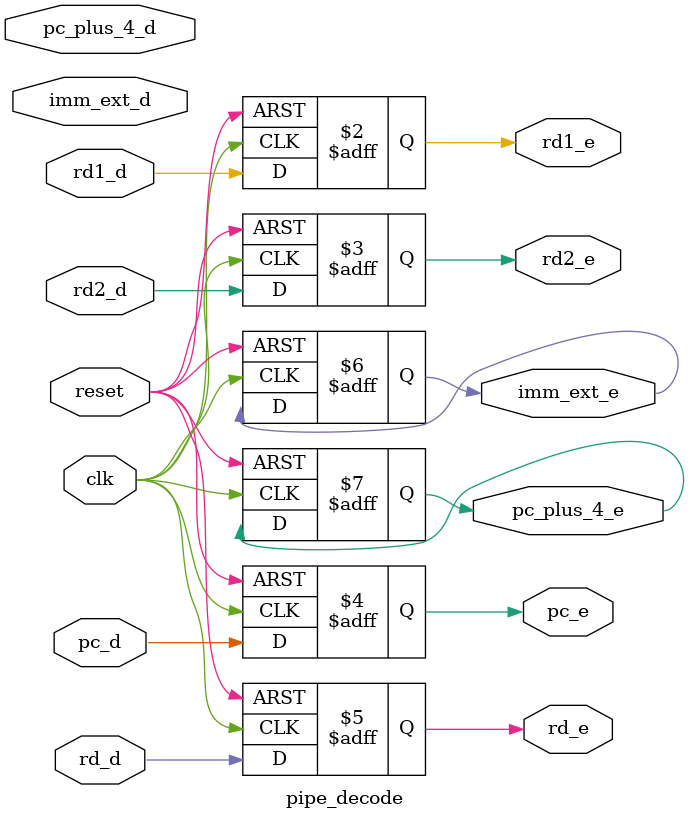
<source format=sv>
`timescale 1ns/1ps

module pipe_decode(
	input logic clk,
	input logic reset,
	input logic rd1_d,
	input logic rd2_d,
	input logic pc_d,
	input logic rd_d,
	input logic imm_ext_d,
	input logic pc_plus_4_d,	
	output logic rd1_e,
	output logic rd2_e,
	output logic pc_e,
	output logic rd_e,
	output logic imm_ext_e,
	output logic pc_plus_4_e
);

always_ff @(posedge clk, posedge reset)
	if (reset) begin
		rd1_e <= 0;
    	rd2_e <= 0;
    	pc_e <= 0;
    	rd_e <= 0;
    	imm_ext_e <= 0;
		pc_plus_4_e <= 0;
	end
	else begin
		rd1_e <= rd1_d;
    	rd2_e <= rd2_d;
    	pc_e <= pc_d;
    	rd_e <= rd_d;
    	imm_ext_e <= imm_ext_e;
		pc_plus_4_e <= pc_plus_4_e;
	end
endmodule

</source>
